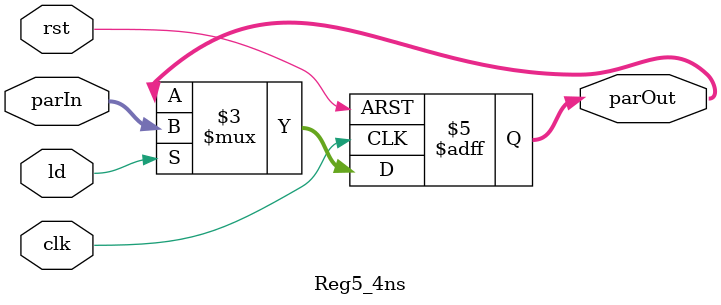
<source format=v>
`timescale 1ns/1ns
module Reg5_4ns(input clk, rst, ld, input [4:0] parIn, output reg [4:0] parOut);
    always @(posedge clk, posedge rst) begin
        #4
        if(rst) parOut = 5'b0;
        else if(ld) parOut = parIn;
        else parOut = parOut;
    end
endmodule
</source>
